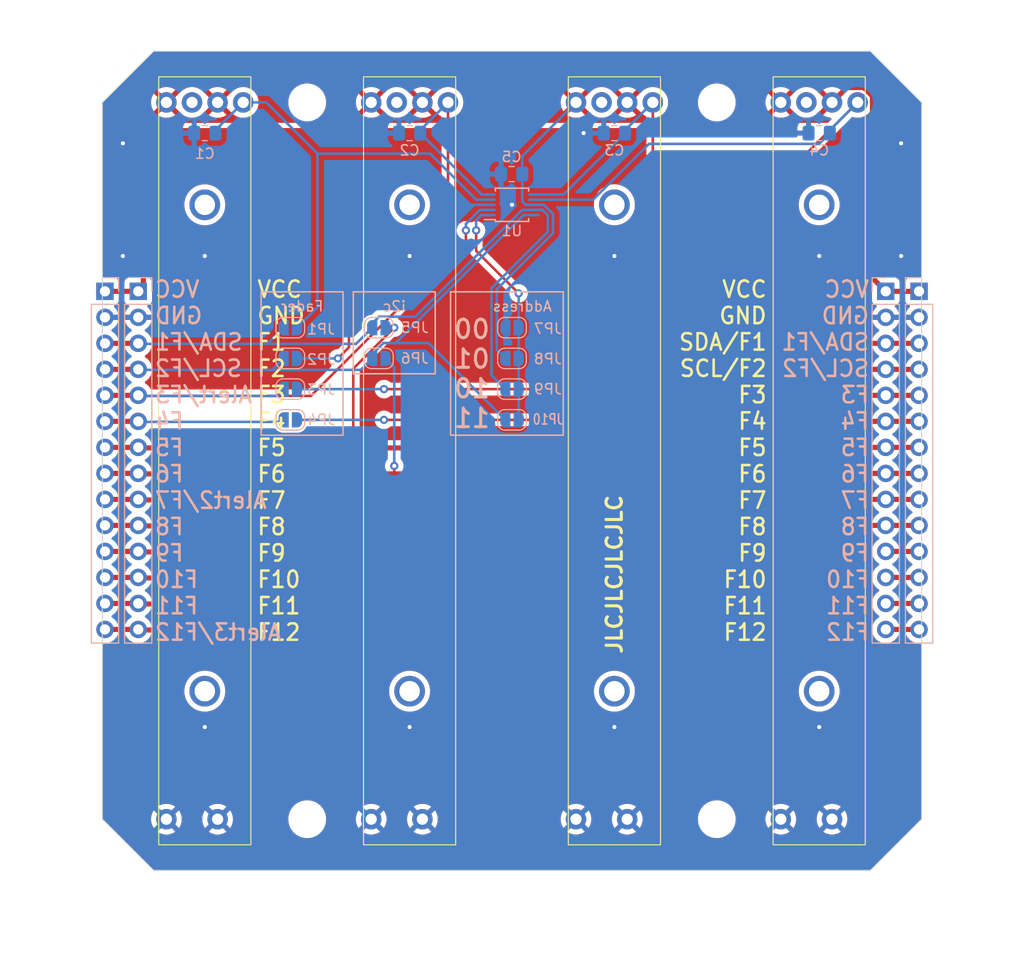
<source format=kicad_pcb>
(kicad_pcb (version 20221018) (generator pcbnew)
  (layers (0 "F.Cu" signal) (31 "B.Cu" signal) (34 "B.Paste" user) (35 "F.Paste" user) (36 "B.SilkS" user "B.Silkscreen") (37 "F.SilkS" user "F.Silkscreen") (38 "B.Mask" user) (39 "F.Mask" user) (44 "Edge.Cuts" user))
  (net 0 "")
  (net 1 "GND")
  (net 2 "Fader1")
  (net 3 "Fader2")
  (net 4 "Fader3")
  (net 5 "Fader4")
  (net 6 "VCC")
  (net 7 "SDA")
  (net 8 "SCL")
  (net 9 "in1")
  (net 10 "in2")
  (net 11 "Net-(J1-Pin_9)")
  (net 12 "Net-(J1-Pin_10)")
  (net 13 "Net-(J1-Pin_11)")
  (net 14 "Net-(J1-Pin_12)")
  (net 15 "Net-(J1-Pin_13)")
  (net 16 "Net-(J1-Pin_14)")
  (net 17 "unconnected-(J2-Pin_11-Pad11)")
  (net 18 "unconnected-(J2-Pin_12-Pad12)")
  (net 19 "unconnected-(J2-Pin_13-Pad13)")
  (net 20 "unconnected-(J2-Pin_14-Pad14)")
  (net 21 "ADDR")
  (net 34 "ALERT")
  (net 35 "out4")
  (footprint "MountingHole:MountingHole_3.2mm_M3" (layer "F.Cu") (at 60 5)
    (fp_text reference "" hide)
    (fp_text value "" hide)
    (pad "" np_thru_hole circle (at 0 0) (size 3.2 3.2) (drill 3.2) (layers "*.Cu" "*.Mask"))
  )
  (footprint "Library:Fader B10K" (layer "F.Cu") (at 70 5 -90)
    (fp_text reference "RV4" hide)
    (fp_text value "Fader_B10k" hide)
    (pad "1" thru_hole circle locked (at 0 -1.25 270) (size 2 2) (drill 1.1) (layers "*.Cu" "*.Mask") (net 6 "VCC"))
    (pad "1'" thru_hole circle locked (at 0 3.75 270) (size 2 2) (drill 1.1) (layers "*.Cu" "*.Mask") (net 6 "VCC"))
    (pad "2" thru_hole circle locked (at 0 -3.75 270) (size 2 2) (drill 1.1) (layers "*.Cu" "*.Mask") (net 5 "Fader4"))
    (pad "2'" thru_hole circle locked (at 0 1.25 270) (size 2 2) (drill 1.1) (layers "*.Cu" "*.Mask"))
    (pad "3" thru_hole circle locked (at 70 -1.25 270) (size 2 2) (drill 1.1) (layers "*.Cu" "*.Mask") (net 1 "GND"))
    (pad "3'" thru_hole circle locked (at 70 3.75 270) (size 2 2) (drill 1.1) (layers "*.Cu" "*.Mask") (net 1 "GND"))
    (pad "4" thru_hole circle locked (at 10 0 270) (size 3 3) (drill 2) (layers "*.Cu" "*.Mask"))
    (pad "5" thru_hole circle locked (at 57.5 0 270) (size 3 3) (drill 2) (layers "*.Cu" "*.Mask"))
  )
  (footprint "MountingHole:MountingHole_3.2mm_M3" (layer "F.Cu") (at 20 75)
    (fp_text reference "" hide)
    (fp_text value "" hide)
    (pad "" np_thru_hole circle (at 0 0) (size 3.2 3.2) (drill 3.2) (layers "*.Cu" "*.Mask"))
  )
  (footprint "Library:Fader B10K" (layer "F.Cu") (at 10 5 -90)
    (fp_text reference "RV1" hide)
    (fp_text value "Fader_B10k" hide)
    (pad "1" thru_hole circle locked (at 0 -1.25 270) (size 2 2) (drill 1.1) (layers "*.Cu" "*.Mask") (net 6 "VCC"))
    (pad "1'" thru_hole circle locked (at 0 3.75 270) (size 2 2) (drill 1.1) (layers "*.Cu" "*.Mask") (net 6 "VCC"))
    (pad "2" thru_hole circle locked (at 0 -3.75 270) (size 2 2) (drill 1.1) (layers "*.Cu" "*.Mask") (net 2 "Fader1"))
    (pad "2'" thru_hole circle locked (at 0 1.25 270) (size 2 2) (drill 1.1) (layers "*.Cu" "*.Mask"))
    (pad "3" thru_hole circle locked (at 70 -1.25 270) (size 2 2) (drill 1.1) (layers "*.Cu" "*.Mask") (net 1 "GND"))
    (pad "3'" thru_hole circle locked (at 70 3.75 270) (size 2 2) (drill 1.1) (layers "*.Cu" "*.Mask") (net 1 "GND"))
    (pad "4" thru_hole circle locked (at 10 0 270) (size 3 3) (drill 2) (layers "*.Cu" "*.Mask"))
    (pad "5" thru_hole circle locked (at 57.5 0 270) (size 3 3) (drill 2) (layers "*.Cu" "*.Mask"))
  )
  (footprint "MountingHole:MountingHole_3.2mm_M3" (layer "F.Cu") (at 60 75)
    (fp_text reference "" hide)
    (fp_text value "" hide)
    (pad "" np_thru_hole circle (at 0 0) (size 3.2 3.2) (drill 3.2) (layers "*.Cu" "*.Mask"))
  )
  (footprint "Library:Fader B10K" (layer "F.Cu") (at 30 5 -90)
    (fp_text reference "RV2" hide)
    (fp_text value "Fader_B10k" hide)
    (pad "1" thru_hole circle locked (at 0 -1.25 270) (size 2 2) (drill 1.1) (layers "*.Cu" "*.Mask") (net 6 "VCC"))
    (pad "1'" thru_hole circle locked (at 0 3.75 270) (size 2 2) (drill 1.1) (layers "*.Cu" "*.Mask") (net 6 "VCC"))
    (pad "2" thru_hole circle locked (at 0 -3.75 270) (size 2 2) (drill 1.1) (layers "*.Cu" "*.Mask") (net 3 "Fader2"))
    (pad "2'" thru_hole circle locked (at 0 1.25 270) (size 2 2) (drill 1.1) (layers "*.Cu" "*.Mask"))
    (pad "3" thru_hole circle locked (at 70 -1.25 270) (size 2 2) (drill 1.1) (layers "*.Cu" "*.Mask") (net 1 "GND"))
    (pad "3'" thru_hole circle locked (at 70 3.75 270) (size 2 2) (drill 1.1) (layers "*.Cu" "*.Mask") (net 1 "GND"))
    (pad "4" thru_hole circle locked (at 10 0 270) (size 3 3) (drill 2) (layers "*.Cu" "*.Mask"))
    (pad "5" thru_hole circle locked (at 57.5 0 270) (size 3 3) (drill 2) (layers "*.Cu" "*.Mask"))
  )
  (footprint "Library:Fader B10K" (layer "F.Cu") (at 50 5 -90)
    (fp_text reference "RV3" hide)
    (fp_text value "Fader_B10k" hide)
    (pad "1" thru_hole circle locked (at 0 -1.25 270) (size 2 2) (drill 1.1) (layers "*.Cu" "*.Mask") (net 6 "VCC"))
    (pad "1'" thru_hole circle locked (at 0 3.75 270) (size 2 2) (drill 1.1) (layers "*.Cu" "*.Mask") (net 6 "VCC"))
    (pad "2" thru_hole circle locked (at 0 -3.75 270) (size 2 2) (drill 1.1) (layers "*.Cu" "*.Mask") (net 4 "Fader3"))
    (pad "2'" thru_hole circle locked (at 0 1.25 270) (size 2 2) (drill 1.1) (layers "*.Cu" "*.Mask"))
    (pad "3" thru_hole circle locked (at 70 -1.25 270) (size 2 2) (drill 1.1) (layers "*.Cu" "*.Mask") (net 1 "GND"))
    (pad "3'" thru_hole circle locked (at 70 3.75 270) (size 2 2) (drill 1.1) (layers "*.Cu" "*.Mask") (net 1 "GND"))
    (pad "4" thru_hole circle locked (at 10 0 270) (size 3 3) (drill 2) (layers "*.Cu" "*.Mask"))
    (pad "5" thru_hole circle locked (at 57.5 0 270) (size 3 3) (drill 2) (layers "*.Cu" "*.Mask"))
  )
  (footprint "MountingHole:MountingHole_3.2mm_M3" (layer "F.Cu") (at 20 5)
    (fp_text reference "" hide)
    (fp_text value "" hide)
    (pad "" np_thru_hole circle (at 0 0) (size 3.2 3.2) (drill 3.2) (layers "*.Cu" "*.Mask"))
  )
  (footprint "Capacitor_SMD:C_0805_2012Metric_Pad1.18x1.45mm_HandSolder" (layer "B.Cu") (at 30 8)
    (fp_text reference "C2" (at 0 1.68) (layer "B.SilkS") (effects (justify mirror)))
    (fp_text value "100nF")
    (pad "1" smd roundrect (at -1.0375 0) (size 1.175 1.45) (layers "B.Cu" "B.Paste" "B.Mask") (roundrect_rratio 0.2127659574) (net 1 "GND"))
    (pad "2" smd roundrect (at 1.0375 0) (size 1.175 1.45) (layers "B.Cu" "B.Paste" "B.Mask") (roundrect_rratio 0.2127659574) (net 3 "Fader2"))
  )
  (footprint "Capacitor_SMD:C_0805_2012Metric_Pad1.18x1.45mm_HandSolder" (layer "B.Cu") (at 50 8)
    (fp_text reference "C3" (at 0 1.68) (layer "B.SilkS") (effects (justify mirror)))
    (fp_text value "100nF")
    (pad "1" smd roundrect (at -1.0375 0) (size 1.175 1.45) (layers "B.Cu" "B.Paste" "B.Mask") (roundrect_rratio 0.2127659574) (net 1 "GND"))
    (pad "2" smd roundrect (at 1.0375 0) (size 1.175 1.45) (layers "B.Cu" "B.Paste" "B.Mask") (roundrect_rratio 0.2127659574) (net 4 "Fader3"))
  )
  (footprint "Jumper:SolderJumper-2_P1.3mm_Open_RoundedPad1.0x1.5mm" (layer "B.Cu") (at 27 27)
    (fp_text reference "JP5" (at 3.5 0) (layer "B.SilkS") (effects (justify mirror)))
    (fp_text value "SolderJumper_2_Open")
    (pad "1" smd custom (at -0.65 0) (size 1 0.5) (layers "B.Cu" "B.Mask") (net 7 "SDA") (options (clearance outline) (anchor rect)) (primitives (gr_circle (center 0 -0.25) (end 0.5 -0.25) (width 0) (fill yes)) (gr_circle (center 0 0.25) (end 0.5 0.25) (width 0) (fill yes)) (gr_poly (pts (xy 0.5 -0.75) (xy 0 -0.75) (xy 0 0.75) (xy 0.5 0.75)) (width 0) (fill yes))))
    (pad "2" smd custom (at 0.65 0) (size 1 0.5) (layers "B.Cu" "B.Mask") (net 9 "in1") (options (clearance outline) (anchor rect)) (primitives (gr_circle (center 0 -0.25) (end 0.5 -0.25) (width 0) (fill yes)) (gr_circle (center 0 0.25) (end 0.5 0.25) (width 0) (fill yes)) (gr_poly (pts (xy 0 -0.75) (xy -0.5 -0.75) (xy -0.5 0.75) (xy 0 0.75)) (width 0) (fill yes))))
  )
  (footprint "Package_SO:TSSOP-10_3x3mm_P0.5mm" (layer "B.Cu") (at 40 15)
    (fp_text reference "U1" (at 0 2.55) (layer "B.SilkS") (effects (justify mirror)))
    (fp_text value "ADS1115IDGS")
    (pad "1" smd rect (at -2.15 1) (size 1.1 0.25) (layers "B.Cu" "B.Paste" "B.Mask") (net 21 "ADDR"))
    (pad "2" smd rect (at -2.15 0.5) (size 1.1 0.25) (layers "B.Cu" "B.Paste" "B.Mask") (net 34 "ALERT"))
    (pad "3" smd rect (at -2.15 0) (size 1.1 0.25) (layers "B.Cu" "B.Paste" "B.Mask") (net 1 "GND"))
    (pad "4" smd rect (at -2.15 -0.5) (size 1.1 0.25) (layers "B.Cu" "B.Paste" "B.Mask") (net 2 "Fader1"))
    (pad "5" smd rect (at -2.15 -1) (size 1.1 0.25) (layers "B.Cu" "B.Paste" "B.Mask") (net 3 "Fader2"))
    (pad "6" smd rect (at 2.15 -1) (size 1.1 0.25) (layers "B.Cu" "B.Paste" "B.Mask") (net 4 "Fader3"))
    (pad "7" smd rect (at 2.15 -0.5) (size 1.1 0.25) (layers "B.Cu" "B.Paste" "B.Mask") (net 5 "Fader4"))
    (pad "8" smd rect (at 2.15 0) (size 1.1 0.25) (layers "B.Cu" "B.Paste" "B.Mask") (net 6 "VCC"))
    (pad "9" smd rect (at 2.15 0.5) (size 1.1 0.25) (layers "B.Cu" "B.Paste" "B.Mask") (net 7 "SDA"))
    (pad "10" smd rect (at 2.15 1) (size 1.1 0.25) (layers "B.Cu" "B.Paste" "B.Mask") (net 8 "SCL"))
  )
  (footprint "Capacitor_SMD:C_0805_2012Metric_Pad1.18x1.45mm_HandSolder" (layer "B.Cu") (at 70 8)
    (fp_text reference "C4" (at 0 1.68) (layer "B.SilkS") (effects (justify mirror)))
    (fp_text value "100nF")
    (pad "1" smd roundrect (at -1.0375 0) (size 1.175 1.45) (layers "B.Cu" "B.Paste" "B.Mask") (roundrect_rratio 0.2127659574) (net 1 "GND"))
    (pad "2" smd roundrect (at 1.0375 0) (size 1.175 1.45) (layers "B.Cu" "B.Paste" "B.Mask") (roundrect_rratio 0.2127659574) (net 5 "Fader4"))
  )
  (footprint "Jumper:SolderJumper-2_P1.3mm_Open_RoundedPad1.0x1.5mm" (layer "B.Cu") (at 18.35 36)
    (fp_text reference "JP4" (at 3 0) (layer "B.SilkS") (effects (justify mirror)))
    (fp_text value "SolderJumper_2_Open")
    (pad "1" smd custom (at -0.65 0) (size 1 0.5) (layers "B.Cu" "B.Mask") (net 35 "out4") (options (clearance outline) (anchor rect)) (primitives (gr_circle (center 0 -0.25) (end 0.5 -0.25) (width 0) (fill yes)) (gr_circle (center 0 0.25) (end 0.5 0.25) (width 0) (fill yes)) (gr_poly (pts (xy 0.5 -0.75) (xy 0 -0.75) (xy 0 0.75) (xy 0.5 0.75)) (width 0) (fill yes))))
    (pad "2" smd custom (at 0.65 0) (size 1 0.5) (layers "B.Cu" "B.Mask") (net 5 "Fader4") (options (clearance outline) (anchor rect)) (primitives (gr_circle (center 0 -0.25) (end 0.5 -0.25) (width 0) (fill yes)) (gr_circle (center 0 0.25) (end 0.5 0.25) (width 0) (fill yes)) (gr_poly (pts (xy 0 -0.75) (xy -0.5 -0.75) (xy -0.5 0.75) (xy 0 0.75)) (width 0) (fill yes))))
  )
  (footprint "Jumper:SolderJumper-2_P1.3mm_Open_RoundedPad1.0x1.5mm" (layer "B.Cu") (at 27 30)
    (fp_text reference "JP6" (at 3.5 0) (layer "B.SilkS") (effects (justify mirror)))
    (fp_text value "SolderJumper_2_Open")
    (pad "1" smd custom (at -0.65 0) (size 1 0.5) (layers "B.Cu" "B.Mask") (net 8 "SCL") (options (clearance outline) (anchor rect)) (primitives (gr_circle (center 0 -0.25) (end 0.5 -0.25) (width 0) (fill yes)) (gr_circle (center 0 0.25) (end 0.5 0.25) (width 0) (fill yes)) (gr_poly (pts (xy 0.5 -0.75) (xy 0 -0.75) (xy 0 0.75) (xy 0.5 0.75)) (width 0) (fill yes))))
    (pad "2" smd custom (at 0.65 0) (size 1 0.5) (layers "B.Cu" "B.Mask") (net 10 "in2") (options (clearance outline) (anchor rect)) (primitives (gr_circle (center 0 -0.25) (end 0.5 -0.25) (width 0) (fill yes)) (gr_circle (center 0 0.25) (end 0.5 0.25) (width 0) (fill yes)) (gr_poly (pts (xy 0 -0.75) (xy -0.5 -0.75) (xy -0.5 0.75) (xy 0 0.75)) (width 0) (fill yes))))
  )
  (footprint "Jumper:SolderJumper-2_P1.3mm_Open_RoundedPad1.0x1.5mm" (layer "B.Cu") (at 40 36 180)
    (fp_text reference "JP10" (at -3.5 0.05) (layer "B.SilkS") (effects (font (size 1 0.8)) (justify mirror)))
    (fp_text value "SolderJumper_2_Open")
    (pad "1" smd custom (at -0.65 0 180) (size 1 0.5) (layers "B.Cu" "B.Mask") (net 21 "ADDR") (options (clearance outline) (anchor rect)) (primitives (gr_circle (center 0 -0.25) (end 0.5 -0.25) (width 0) (fill yes)) (gr_circle (center 0 0.25) (end 0.5 0.25) (width 0) (fill yes)) (gr_poly (pts (xy 0.5 -0.75) (xy 0 -0.75) (xy 0 0.75) (xy 0.5 0.75)) (width 0) (fill yes))))
    (pad "2" smd custom (at 0.65 0 180) (size 1 0.5) (layers "B.Cu" "B.Mask") (net 8 "SCL") (options (clearance outline) (anchor rect)) (primitives (gr_circle (center 0 -0.25) (end 0.5 -0.25) (width 0) (fill yes)) (gr_circle (center 0 0.25) (end 0.5 0.25) (width 0) (fill yes)) (gr_poly (pts (xy 0 -0.75) (xy -0.5 -0.75) (xy -0.5 0.75) (xy 0 0.75)) (width 0) (fill yes))))
  )
  (footprint "Connector_PinHeader_2.54mm:PinHeader_1x14_P2.54mm_Vertical" (layer "B.Cu") (at 3.5 23.45 180)
    (fp_text reference "J1" hide)
    (fp_text value "Conn_01x14_Pin" hide)
    (pad "1" thru_hole rect locked (at 0 0 180) (size 1.7 1.7) (drill 1) (layers "*.Cu" "*.Mask") (net 6 "VCC"))
    (pad "2" thru_hole oval locked (at 0 -2.54 180) (size 1.7 1.7) (drill 1) (layers "*.Cu" "*.Mask") (net 1 "GND"))
    (pad "3" thru_hole oval locked (at 0 -5.08 180) (size 1.7 1.7) (drill 1) (layers "*.Cu" "*.Mask") (net 7 "SDA"))
    (pad "4" thru_hole oval locked (at 0 -7.62 180) (size 1.7 1.7) (drill 1) (layers "*.Cu" "*.Mask") (net 8 "SCL"))
    (pad "5" thru_hole oval locked (at 0 -10.16 180) (size 1.7 1.7) (drill 1) (layers "*.Cu" "*.Mask") (net 34 "ALERT"))
    (pad "6" thru_hole oval locked (at 0 -12.7 180) (size 1.7 1.7) (drill 1) (layers "*.Cu" "*.Mask") (net 35 "out4"))
    (pad "7" thru_hole oval locked (at 0 -15.24 180) (size 1.7 1.7) (drill 1) (layers "*.Cu" "*.Mask") (net 9 "in1"))
    (pad "8" thru_hole oval locked (at 0 -17.78 180) (size 1.7 1.7) (drill 1) (layers "*.Cu" "*.Mask") (net 10 "in2"))
    (pad "9" thru_hole oval locked (at 0 -20.32 180) (size 1.7 1.7) (drill 1) (layers "*.Cu" "*.Mask") (net 11 "Net-(J1-Pin_9)"))
    (pad "10" thru_hole oval locked (at 0 -22.86 180) (size 1.7 1.7) (drill 1) (layers "*.Cu" "*.Mask") (net 12 "Net-(J1-Pin_10)"))
    (pad "11" thru_hole oval locked (at 0 -25.4 180) (size 1.7 1.7) (drill 1) (layers "*.Cu" "*.Mask") (net 13 "Net-(J1-Pin_11)"))
    (pad "12" thru_hole oval locked (at 0 -27.94 180) (size 1.7 1.7) (drill 1) (layers "*.Cu" "*.Mask") (net 14 "Net-(J1-Pin_12)"))
    (pad "13" thru_hole oval locked (at 0 -30.48 180) (size 1.7 1.7) (drill 1) (layers "*.Cu" "*.Mask") (net 15 "Net-(J1-Pin_13)"))
    (pad "14" thru_hole oval locked (at 0 -33.02 180) (size 1.7 1.7) (drill 1) (layers "*.Cu" "*.Mask") (net 16 "Net-(J1-Pin_14)"))
  )
  (footprint "Jumper:SolderJumper-2_P1.3mm_Open_RoundedPad1.0x1.5mm" (layer "B.Cu") (at 18.35 27)
    (fp_text reference "JP1" (at 3 0.15) (layer "B.SilkS") (effects (justify mirror)))
    (fp_text value "SolderJumper_2_Open")
    (pad "1" smd custom (at -0.65 0) (size 1 0.5) (layers "B.Cu" "B.Mask") (net 7 "SDA") (options (clearance outline) (anchor rect)) (primitives (gr_circle (center 0 -0.25) (end 0.5 -0.25) (width 0) (fill yes)) (gr_circle (center 0 0.25) (end 0.5 0.25) (width 0) (fill yes)) (gr_poly (pts (xy 0.5 -0.75) (xy 0 -0.75) (xy 0 0.75) (xy 0.5 0.75)) (width 0) (fill yes))))
    (pad "2" smd custom (at 0.65 0) (size 1 0.5) (layers "B.Cu" "B.Mask") (net 2 "Fader1") (options (clearance outline) (anchor rect)) (primitives (gr_circle (center 0 -0.25) (end 0.5 -0.25) (width 0) (fill yes)) (gr_circle (center 0 0.25) (end 0.5 0.25) (width 0) (fill yes)) (gr_poly (pts (xy 0 -0.75) (xy -0.5 -0.75) (xy -0.5 0.75) (xy 0 0.75)) (width 0) (fill yes))))
  )
  (footprint "Jumper:SolderJumper-2_P1.3mm_Open_RoundedPad1.0x1.5mm" (layer "B.Cu") (at 40 33 180)
    (fp_text reference "JP9" (at -3.5 0) (layer "B.SilkS") (effects (justify mirror)))
    (fp_text value "SolderJumper_2_Open")
    (pad "1" smd custom (at -0.65 0 180) (size 1 0.5) (layers "B.Cu" "B.Mask") (net 21 "ADDR") (options (clearance outline) (anchor rect)) (primitives (gr_circle (center 0 -0.25) (end 0.5 -0.25) (width 0) (fill yes)) (gr_circle (center 0 0.25) (end 0.5 0.25) (width 0) (fill yes)) (gr_poly (pts (xy 0.5 -0.75) (xy 0 -0.75) (xy 0 0.75) (xy 0.5 0.75)) (width 0) (fill yes))))
    (pad "2" smd custom (at 0.65 0 180) (size 1 0.5) (layers "B.Cu" "B.Mask") (net 7 "SDA") (options (clearance outline) (anchor rect)) (primitives (gr_circle (center 0 -0.25) (end 0.5 -0.25) (width 0) (fill yes)) (gr_circle (center 0 0.25) (end 0.5 0.25) (width 0) (fill yes)) (gr_poly (pts (xy 0 -0.75) (xy -0.5 -0.75) (xy -0.5 0.75) (xy 0 0.75)) (width 0) (fill yes))))
  )
  (footprint "Capacitor_SMD:C_0805_2012Metric_Pad1.18x1.45mm_HandSolder" (layer "B.Cu") (at 39.9625 12 180)
    (fp_text reference "C5" (at 0 1.68) (layer "B.SilkS") (effects (justify mirror)))
    (fp_text value "100nF")
    (pad "1" smd roundrect (at -1.0375 0 180) (size 1.175 1.45) (layers "B.Cu" "B.Paste" "B.Mask") (roundrect_rratio 0.2127659574) (net 6 "VCC"))
    (pad "2" smd roundrect (at 1.0375 0 180) (size 1.175 1.45) (layers "B.Cu" "B.Paste" "B.Mask") (roundrect_rratio 0.2127659574) (net 1 "GND"))
  )
  (footprint "Capacitor_SMD:C_0805_2012Metric_Pad1.18x1.45mm_HandSolder" (layer "B.Cu") (at 10 8)
    (fp_text reference "C1" (at 0 2) (layer "B.SilkS") (effects (justify mirror)))
    (fp_text value "100nF")
    (pad "1" smd roundrect (at -1.0375 0) (size 1.175 1.45) (layers "B.Cu" "B.Paste" "B.Mask") (roundrect_rratio 0.2127659574) (net 1 "GND"))
    (pad "2" smd roundrect (at 1.0375 0) (size 1.175 1.45) (layers "B.Cu" "B.Paste" "B.Mask") (roundrect_rratio 0.2127659574) (net 2 "Fader1"))
  )
  (footprint "Connector_PinSocket_2.54mm:PinSocket_1x14_P2.54mm_Vertical" (layer "B.Cu") (at 79.75 23.45 180)
    (fp_text reference "J2" hide)
    (fp_text value "Conn_01x14_Socket" hide)
    (pad "1" thru_hole rect locked (at 0 0 180) (size 1.7 1.7) (drill 1) (layers "*.Cu" "*.Mask") (net 6 "VCC"))
    (pad "2" thru_hole oval locked (at 0 -2.54 180) (size 1.7 1.7) (drill 1) (layers "*.Cu" "*.Mask") (net 1 "GND"))
    (pad "3" thru_hole oval locked (at 0 -5.08 180) (size 1.7 1.7) (drill 1) (layers "*.Cu" "*.Mask") (net 9 "in1"))
    (pad "4" thru_hole oval locked (at 0 -7.62 180) (size 1.7 1.7) (drill 1) (layers "*.Cu" "*.Mask") (net 10 "in2"))
    (pad "5" thru_hole oval locked (at 0 -10.16 180) (size 1.7 1.7) (drill 1) (layers "*.Cu" "*.Mask") (net 11 "Net-(J1-Pin_9)"))
    (pad "6" thru_hole oval locked (at 0 -12.7 180) (size 1.7 1.7) (drill 1) (layers "*.Cu" "*.Mask") (net 12 "Net-(J1-Pin_10)"))
    (pad "7" thru_hole oval locked (at 0 -15.24 180) (size 1.7 1.7) (drill 1) (layers "*.Cu" "*.Mask") (net 13 "Net-(J1-Pin_11)"))
    (pad "8" thru_hole oval locked (at 0 -17.78 180) (size 1.7 1.7) (drill 1) (layers "*.Cu" "*.Mask") (net 14 "Net-(J1-Pin_12)"))
    (pad "9" thru_hole oval locked (at 0 -20.32 180) (size 1.7 1.7) (drill 1) (layers "*.Cu" "*.Mask") (net 15 "Net-(J1-Pin_13)"))
    (pad "10" thru_hole oval locked (at 0 -22.86 180) (size 1.7 1.7) (drill 1) (layers "*.Cu" "*.Mask") (net 16 "Net-(J1-Pin_14)"))
    (pad "11" thru_hole oval locked (at 0 -25.4 180) (size 1.7 1.7) (drill 1) (layers "*.Cu" "*.Mask") (net 17 "unconnected-(J2-Pin_11-Pad11)"))
    (pad "12" thru_hole oval locked (at 0 -27.94 180) (size 1.7 1.7) (drill 1) (layers "*.Cu" "*.Mask") (net 18 "unconnected-(J2-Pin_12-Pad12)"))
    (pad "13" thru_hole oval locked (at 0 -30.48 180) (size 1.7 1.7) (drill 1) (layers "*.Cu" "*.Mask") (net 19 "unconnected-(J2-Pin_13-Pad13)"))
    (pad "14" thru_hole oval locked (at 0 -33.02 180) (size 1.7 1.7) (drill 1) (layers "*.Cu" "*.Mask") (net 20 "unconnected-(J2-Pin_14-Pad14)"))
  )
  (footprint "Connector_PinSocket_2.54mm:PinSocket_1x14_P2.54mm_Vertical" (layer "B.Cu") (at 76.5 23.45 180)
    (fp_text reference "J2" hide)
    (fp_text value "Conn_01x14_Socket" hide)
    (pad "1" thru_hole rect locked (at 0 0 180) (size 1.7 1.7) (drill 1) (layers "*.Cu" "*.Mask") (net 6 "VCC"))
    (pad "2" thru_hole oval locked (at 0 -2.54 180) (size 1.7 1.7) (drill 1) (layers "*.Cu" "*.Mask") (net 1 "GND"))
    (pad "3" thru_hole oval locked (at 0 -5.08 180) (size 1.7 1.7) (drill 1) (layers "*.Cu" "*.Mask") (net 9 "in1"))
    (pad "4" thru_hole oval locked (at 0 -7.62 180) (size 1.7 1.7) (drill 1) (layers "*.Cu" "*.Mask") (net 10 "in2"))
    (pad "5" thru_hole oval locked (at 0 -10.16 180) (size 1.7 1.7) (drill 1) (layers "*.Cu" "*.Mask") (net 11 "Net-(J1-Pin_9)"))
    (pad "6" thru_hole oval locked (at 0 -12.7 180) (size 1.7 1.7) (drill 1) (layers "*.Cu" "*.Mask") (net 12 "Net-(J1-Pin_10)"))
    (pad "7" thru_hole oval locked (at 0 -15.24 180) (size 1.7 1.7) (drill 1) (layers "*.Cu" "*.Mask") (net 13 "Net-(J1-Pin_11)"))
    (pad "8" thru_hole oval locked (at 0 -17.78 180) (size 1.7 1.7) (drill 1) (layers "*.Cu" "*.Mask") (net 14 "Net-(J1-Pin_12)"))
    (pad "9" thru_hole oval locked (at 0 -20.32 180) (size 1.7 1.7) (drill 1) (layers "*.Cu" "*.Mask") (net 15 "Net-(J1-Pin_13)"))
    (pad "10" thru_hole oval locked (at 0 -22.86 180) (size 1.7 1.7) (drill 1) (layers "*.Cu" "*.Mask") (net 16 "Net-(J1-Pin_14)"))
    (pad "11" thru_hole oval locked (at 0 -25.4 180) (size 1.7 1.7) (drill 1) (layers "*.Cu" "*.Mask") (net 17 "unconnected-(J2-Pin_11-Pad11)"))
    (pad "12" thru_hole oval locked (at 0 -27.94 180) (size 1.7 1.7) (drill 1) (layers "*.Cu" "*.Mask") (net 18 "unconnected-(J2-Pin_12-Pad12)"))
    (pad "13" thru_hole oval locked (at 0 -30.48 180) (size 1.7 1.7) (drill 1) (layers "*.Cu" "*.Mask") (net 19 "unconnected-(J2-Pin_13-Pad13)"))
    (pad "14" thru_hole oval locked (at 0 -33.02 180) (size 1.7 1.7) (drill 1) (layers "*.Cu" "*.Mask") (net 20 "unconnected-(J2-Pin_14-Pad14)"))
  )
  (footprint "Jumper:SolderJumper-2_P1.3mm_Open_RoundedPad1.0x1.5mm" (layer "B.Cu") (at 18.35 30)
    (fp_text reference "JP2" (at 3 0.1) (layer "B.SilkS") (effects (justify mirror)))
    (fp_text value "SolderJumper_2_Open")
    (pad "1" smd custom (at -0.65 0) (size 1 0.5) (layers "B.Cu" "B.Mask") (net 8 "SCL") (options (clearance outline) (anchor rect)) (primitives (gr_circle (center 0 -0.25) (end 0.5 -0.25) (width 0) (fill yes)) (gr_circle (center 0 0.25) (end 0.5 0.25) (width 0) (fill yes)) (gr_poly (pts (xy 0.5 -0.75) (xy 0 -0.75) (xy 0 0.75) (xy 0.5 0.75)) (width 0) (fill yes))))
    (pad "2" smd custom (at 0.65 0) (size 1 0.5) (layers "B.Cu" "B.Mask") (net 3 "Fader2") (options (clearance outline) (anchor rect)) (primitives (gr_circle (center 0 -0.25) (end 0.5 -0.25) (width 0) (fill yes)) (gr_circle (center 0 0.25) (end 0.5 0.25) (width 0) (fill yes)) (gr_poly (pts (xy 0 -0.75) (xy -0.5 -0.75) (xy -0.5 0.75) (xy 0 0.75)) (width 0) (fill yes))))
  )
  (footprint "Jumper:SolderJumper-2_P1.3mm_Open_RoundedPad1.0x1.5mm" (layer "B.Cu") (at 40 27 180)
    (fp_text reference "JP7" (at -3.5 -0.1) (layer "B.SilkS") (effects (justify mirror)))
    (fp_text value "SolderJumper_2_Open")
    (pad "1" smd custom (at -0.65 0 180) (size 1 0.5) (layers "B.Cu" "B.Mask") (net 21 "ADDR") (options (clearance outline) (anchor rect)) (primitives (gr_circle (center 0 -0.25) (end 0.5 -0.25) (width 0) (fill yes)) (gr_circle (center 0 0.25) (end 0.5 0.25) (width 0) (fill yes)) (gr_poly (pts (xy 0.5 -0.75) (xy 0 -0.75) (xy 0 0.75) (xy 0.5 0.75)) (width 0) (fill yes))))
    (pad "2" smd custom (at 0.65 0 180) (size 1 0.5) (layers "B.Cu" "B.Mask") (net 1 "GND") (options (clearance outline) (anchor rect)) (primitives (gr_circle (center 0 -0.25) (end 0.5 -0.25) (width 0) (fill yes)) (gr_circle (center 0 0.25) (end 0.5 0.25) (width 0) (fill yes)) (gr_poly (pts (xy 0 -0.75) (xy -0.5 -0.75) (xy -0.5 0.75) (xy 0 0.75)) (width 0) (fill yes))))
  )
  (footprint "Connector_PinHeader_2.54mm:PinHeader_1x14_P2.54mm_Vertical" (layer "B.Cu") (at 0.25 23.45 180)
    (fp_text reference "J1" hide)
    (fp_text value "Conn_01x14_Pin" hide)
    (pad "1" thru_hole rect locked (at 0 0 180) (size 1.7 1.7) (drill 1) (layers "*.Cu" "*.Mask") (net 6 "VCC"))
    (pad "2" thru_hole oval locked (at 0 -2.54 180) (size 1.7 1.7) (drill 1) (layers "*.Cu" "*.Mask") (net 1 "GND"))
    (pad "3" thru_hole oval locked (at 0 -5.08 180) (size 1.7 1.7) (drill 1) (layers "*.Cu" "*.Mask") (net 7 "SDA"))
    (pad "4" thru_hole oval locked (at 0 -7.62 180) (size 1.7 1.7) (drill 1) (layers "*.Cu" "*.Mask") (net 8 "SCL"))
    (pad "5" thru_hole oval locked (at 0 -10.16 180) (size 1.7 1.7) (drill 1) (layers "*.Cu" "*.Mask") (net 34 "ALERT"))
    (pad "6" thru_hole oval locked (at 0 -12.7 180) (size 1.7 1.7) (drill 1) (layers "*.Cu" "*.Mask") (net 35 "out4"))
    (pad "7" thru_hole oval locked (at 0 -15.24 180) (size 1.7 1.7) (drill 1) (layers "*.Cu" "*.Mask") (net 9 "in1"))
    (pad "8" thru_hole oval locked (at 0 -17.78 180) (size 1.7 1.7) (drill 1) (layers "*.Cu" "*.Mask") (net 10 "in2"))
    (pad "9" thru_hole oval locked (at 0 -20.32 180) (size 1.7 1.7) (drill 1) (layers "*.Cu" "*.Mask") (net 11 "Net-(J1-Pin_9)"))
    (pad "10" thru_hole oval locked (at 0 -22.86 180) (size 1.7 1.7) (drill 1) (layers "*.Cu" "*.Mask") (net 12 "Net-(J1-Pin_10)"))
    (pad "11" thru_hole oval locked (at 0 -25.4 180) (size 1.7 1.7) (drill 1) (layers "*.Cu" "*.Mask") (net 13 "Net-(J1-Pin_11)"))
    (pad "12" thru_hole oval locked (at 0 -27.94 180) (size 1.7 1.7) (drill 1) (layers "*.Cu" "*.Mask") (net 14 "Net-(J1-Pin_12)"))
    (pad "13" thru_hole oval locked (at 0 -30.48 180) (size 1.7 1.7) (drill 1) (layers "*.Cu" "*.Mask") (net 15 "Net-(J1-Pin_13)"))
    (pad "14" thru_hole oval locked (at 0 -33.02 180) (size 1.7 1.7) (drill 1) (layers "*.Cu" "*.Mask") (net 16 "Net-(J1-Pin_14)"))
  )
  (footprint "Jumper:SolderJumper-2_P1.3mm_Open_RoundedPad1.0x1.5mm" (layer "B.Cu") (at 40 30 180)
    (fp_text reference "JP8" (at -3.5 -0.05) (layer "B.SilkS") (effects (justify mirror)))
    (fp_text value "SolderJumper_2_Open")
    (pad "1" smd custom (at -0.65 0 180) (size 1 0.5) (layers "B.Cu" "B.Mask") (net 21 "ADDR") (options (clearance outline) (anchor rect)) (primitives (gr_circle (center 0 -0.25) (end 0.5 -0.25) (width 0) (fill yes)) (gr_circle (center 0 0.25) (end 0.5 0.25) (width 0) (fill yes)) (gr_poly (pts (xy 0.5 -0.75) (xy 0 -0.75) (xy 0 0.75) (xy 0.5 0.75)) (width 0) (fill yes))))
    (pad "2" smd custom (at 0.65 0 180) (size 1 0.5) (layers "B.Cu" "B.Mask") (net 6 "VCC") (options (clearance outline) (anchor rect)) (primitives (gr_circle (center 0 -0.25) (end 0.5 -0.25) (width 0) (fill yes)) (gr_circle (center 0 0.25) (end 0.5 0.25) (width 0) (fill yes)) (gr_poly (pts (xy 0 -0.75) (xy -0.5 -0.75) (xy -0.5 0.75) (xy 0 0.75)) (width 0) (fill yes))))
  )
  (footprint "Jumper:SolderJumper-2_P1.3mm_Open_RoundedPad1.0x1.5mm" (layer "B.Cu") (at 18.35 33)
    (fp_text reference "JP3" (at 3 0.05) (layer "B.SilkS") (effects (justify mirror)))
    (fp_text value "SolderJumper_2_Open")
    (pad "1" smd custom (at -0.65 0) (size 1 0.5) (layers "B.Cu" "B.Mask") (net 34 "ALERT") (options (clearance outline) (anchor rect)) (primitives (gr_circle (center 0 -0.25) (end 0.5 -0.25) (width 0) (fill yes)) (gr_circle (center 0 0.25) (end 0.5 0.25) (width 0) (fill yes)) (gr_poly (pts (xy 0.5 -0.75) (xy 0 -0.75) (xy 0 0.75) (xy 0.5 0.75)) (width 0) (fill yes))))
    (pad "2" smd custom (at 0.65 0) (size 1 0.5) (layers "B.Cu" "B.Mask") (net 4 "Fader3") (options (clearance outline) (anchor rect)) (primitives (gr_circle (center 0 -0.25) (end 0.5 -0.25) (width 0) (fill yes)) (gr_circle (center 0 0.25) (end 0.5 0.25) (width 0) (fill yes)) (gr_poly (pts (xy 0 -0.75) (xy -0.5 -0.75) (xy -0.5 0.75) (xy 0 0.75)) (width 0) (fill yes))))
  )
  (gr_rect (start 15.5 23.5) (end 23.5 37.5) (stroke (width 0.15)) (fill none) (layer "B.SilkS"))
  (gr_rect (start 34 23.5) (end 45 37.5) (stroke (width 0.15)) (fill none) (layer "B.SilkS"))
  (gr_rect (start 24.5 23.5) (end 32.5 31.5) (stroke (width 0.15)) (fill none) (layer "B.SilkS"))
  (gr_poly (pts (xy 0 5) (xy 5 0) (xy 75 0) (xy 80 5) (xy 80 75) (xy 75 80) (xy 5 80) (xy 0 75)) (stroke (width 0.1)) (fill none) (layer "Edge.Cuts"))
  (gr_text "i2c" (at 28.5 25.5) (layer "B.SilkS") (effects (font (size 1 1)) (justify bottom mirror)))
  (gr_text "VCC\nGND\nSDA/F1\nSCL/F2\nF3\nF4\nF5\nF6\nF7\nF8\nF9\nF10\nF11\nF12" (at 75 40) (layer "B.SilkS") (effects (font (size 1.6 1.5) (thickness 0.25)) (justify left mirror)))
  (gr_text "Address" (at 41 25.5) (layer "B.SilkS") (effects (font (size 1 1)) (justify bottom mirror)))
  (gr_text "00\n01\n10\n11" (at 38 31.5) (layer "B.SilkS") (effects (font (size 1.8 1.8) (thickness 0.3) bold) (justify left mirror)))
  (gr_text "Fader" (at 19.5 25.5) (layer "B.SilkS") (effects (font (size 1 1)) (justify bottom mirror)))
  (gr_text "VCC\nGND\nSDA/F1\nSCL/F2\nAlert/F3\nF4\nF5\nF6\nAlert2/F7\nF8\nF9\nF10\nF11\nAlert3/F12" (at 5 40) (layer "B.SilkS") (effects (font (size 1.6 1.5) (thickness 0.25)) (justify right mirror)))
  (gr_text "VCC\nGND\nF1\nF2\nF3\nF4\nF5\nF6\nF7\nF8\nF9\nF10\nF11\nF12" (at 15 40) (layer "F.SilkS") (effects (font (size 1.6 1.5) (thickness 0.25)) (justify left)))
  (gr_text "JLCJLCJLCJLC" (at 50 59 90) (layer "F.SilkS") (effects (font (size 1.5 1.5) (thickness 0.3) bold) (justify left)))
  (gr_text "VCC\nGND\nSDA/F1\nSCL/F2\nF3\nF4\nF5\nF6\nF7\nF8\nF9\nF10\nF11\nF12" (at 65 40) (layer "F.SilkS") (effects (font (size 1.6 1.5) (thickness 0.25)) (justify right)))
  (via (at 50 66) (size 0.8) (drill 0.4) (layers "F.Cu" "B.Cu") (net 1))
  (via (at 40 15) (size 0.8) (drill 0.4) (layers "F.Cu" "B.Cu") (net 1))
  (via (at 10 66) (size 0.8) (drill 0.4) (layers "F.Cu" "B.Cu") (net 1))
  (via (at 70 20) (size 0.8) (drill 0.4) (layers "F.Cu" "B.Cu") (net 1))
  (via (at 70 66) (size 0.8) (drill 0.4) (layers "F.Cu" "B.Cu") (net 1))
  (via (at 50 20) (size 0.8) (drill 0.4) (layers "F.Cu" "B.Cu") (net 1))
  (via (at 2 9) (size 0.8) (drill 0.4) (layers "F.Cu" "B.Cu") (net 1))
  (via (at 78 9) (size 0.8) (drill 0.4) (layers "F.Cu" "B.Cu") (net 1))
  (via (at 78 20) (size 0.8) (drill 0.4) (layers "F.Cu" "B.Cu") (net 1))
  (via (at 2 20) (size 0.8) (drill 0.4) (layers "F.Cu" "B.Cu") (net 1))
  (via (at 30 20) (size 0.8) (drill 0.4) (layers "F.Cu" "B.Cu") (net 1))
  (via (at 10 20) (size 0.8) (drill 0.4) (layers "F.Cu" "B.Cu") (net 1))
  (via (at 30 66) (size 0.8) (drill 0.4) (layers "F.Cu" "B.Cu") (net 1))
  (via (at 47 8) (size 0.8) (drill 0.4) (layers "F.Cu" "B.Cu") (net 1))
  (segment (start 38.925 15) (end 38.925 12) (width 0.25) (layer "B.Cu") (net 1))
  (segment (start 37.85 15) (end 35.5 15) (width 0.25) (layer "B.Cu") (net 1))
  (segment (start 36.5 14.5) (end 32 10) (width 0.25) (layer "B.Cu") (net 2))
  (segment (start 11.0375 7.7125) (end 11.0375 8) (width 0.25) (layer "B.Cu") (net 2))
  (segment (start 16 5) (end 13.75 5) (width 0.25) (layer "B.Cu") (net 2))
  (segment (start 32 10) (end 21 10) (width 0.25) (layer "B.Cu") (net 2))
  (segment (start 21 10) (end 16 5) (width 0.25) (layer "B.Cu") (net 2))
  (segment (start 13.75 5) (end 11.0375 7.7125) (width 0.25) (layer "B.Cu") (net 2))
  (segment (start 21 25) (end 19 27) (width 0.25) (layer "B.Cu") (net 2))
  (segment (start 21 10) (end 21 25) (width 0.25) (layer "B.Cu") (net 2))
  (segment (start 37.85 14.5) (end 36.5 14.5) (width 0.25) (layer "B.Cu") (net 2))
  (segment (start 23 30) (end 24.075 28.925) (width 0.25) (layer "F.Cu") (net 3))
  (segment (start 24.075 27.175) (end 33.75 17.5) (width 0.25) (layer "F.Cu") (net 3))
  (segment (start 24.075 28.925) (end 24.075 27.175) (width 0.25) (layer "F.Cu") (net 3))
  (segment (start 33.75 17.5) (end 33.75 5) (width 0.25) (layer "F.Cu") (net 3))
  (via (at 23 30) (size 0.8) (drill 0.4) (layers "F.Cu" "B.Cu") (net 3))
  (segment (start 31.0375 8) (end 31.0375 7.7125) (width 0.25) (layer "B.Cu") (net 3))
  (segment (start 31.0375 7.7125) (end 33.75 5) (width 0.25) (layer "B.Cu") (net 3))
  (segment (start 23 30) (end 19 30) (width 0.25) (layer "B.Cu") (net 3))
  (segment (start 37.85 14) (end 37.0375 14) (width 0.25) (layer "B.Cu") (net 3))
  (segment (start 37.0375 14) (end 31.0375 8) (width 0.25) (layer "B.Cu") (net 3))
  (segment (start 53.75 23.75) (end 53.75 5) (width 0.25) (layer "F.Cu") (net 4))
  (segment (start 44.5 33) (end 53.75 23.75) (width 0.25) (layer "F.Cu") (net 4))
  (segment (start 27.5 33) (end 44.5 33) (width 0.25) (layer "F.Cu") (net 4))
  (via (at 27.5 33) (size 0.8) (drill 0.4) (layers "F.Cu" "B.Cu") (net 4))
  (segment (start 51.0375 7.7125) (end 53.75 5) (width 0.25) (layer "B.Cu") (net 4))
  (segment (start 42.15 14) (end 45.0375 14) (width 0.25) (layer "B.Cu") (net 4))
  (segment (start 45.0375 14) (end 51.0375 8) (width 0.25) (layer "B.Cu") (net 4))
  (segment (start 27.5 33) (end 19 33) (width 0.25) (layer "B.Cu") (net 4))
  (segment (start 51.0375 8) (end 51.0375 7.7125) (width 0.25) (layer "B.Cu") (net 4))
  (segment (start 42.75 36) (end 73.75 5) (width 0.25) (layer "F.Cu") (net 5))
  (segment (start 27.5 36) (end 42.75 36) (width 0.25) (layer "F.Cu") (net 5))
  (via (at 27.5 36) (size 0.8) (drill 0.4) (layers "F.Cu" "B.Cu") (net 5))
  (segment (start 53.36906 9.05) (end 69.9875 9.05) (width 0.25) (layer "B.Cu") (net 5))
  (segment (start 27.5 36) (end 19 36) (width 0.25) (layer "B.Cu") (net 5))
  (segment (start 42.15 14.5) (end 47.91906 14.5) (width 0.25) (layer "B.Cu") (net 5))
  (segment (start 71.0375 7.7125) (end 73.75 5) (width 0.25) (layer "B.Cu") (net 5))
  (segment (start 71.0375 8) (end 71.0375 7.7125) (width 0.25) (layer "B.Cu") (net 5))
  (segment (start 47.91906 14.5) (end 53.36906 9.05) (width 0.25) (layer "B.Cu") (net 5))
  (segment (start 69.9875 9.05) (end 71.0375 8) (width 0.25) (layer "B.Cu") (net 5))
  (segment (start 72.7 3.55) (end 74.35061 3.55) (width 0.5) (layer "F.Cu") (net 6))
  (segment (start 79.75 23.45) (end 76.5 23.45) (width 0.5) (layer "F.Cu") (net 6))
  (segment (start 4 23.5) (end 4 7.25) (width 0.5) (layer "F.Cu") (net 6))
  (segment (start 71.25 5) (end 72.7 3.55) (width 0.5) (layer "F.Cu") (net 6))
  (segment (start 4 7.25) (end 6.25 5) (width 0.5) (layer "F.Cu") (net 6))
  (segment (start 74.35061 3.55) (end 75.2 4.39939) (width 0.5) (layer "F.Cu") (net 6))
  (segment (start 75.2 4.39939) (end 75.2 22.15) (width 0.5) (layer "F.Cu") (net 6))
  (segment (start 75.2 22.15) (end 76.5 23.45) (width 0.5) (layer "F.Cu") (net 6))
  (segment (start 0.5 23.45) (end 3.5 23.45) (width 0.5) (layer "F.Cu") (net 6))
  (segment (start 42.15 15) (end 41.325 15) (width 0.25) (layer "B.Cu") (net 6))
  (segment (start 38.519858 23.257991) (end 44 17.777849) (width 0.25) (layer "B.Cu") (net 6))
  (segment (start 41.325 15) (end 41 14.675) (width 0.25) (layer "B.Cu") (net 6))
  (segment (start 43.111396 15) (end 42.15 15) (width 0.25) (layer "B.Cu") (net 6))
  (segment (start 38.519858 29.169858) (end 38.519858 23.257991) (width 0.25) (layer "B.Cu") (net 6))
  (segment (start 41 10.25) (end 46.25 5) (width 0.25) (layer "B.Cu") (net 6))
  (segment (start 44 15.888604) (end 43.111396 15) (width 0.25) (layer "B.Cu") (net 6))
  (segment (start 44 17.777849) (end 44 15.888604) (width 0.25) (layer "B.Cu") (net 6))
  (segment (start 41 14.675) (end 41 12) (width 0.25) (layer "B.Cu") (net 6))
  (segment (start 39.35 30) (end 38.519858 29.169858) (width 0.25) (layer "B.Cu") (net 6))
  (segment (start 41 12) (end 41 10.25) (width 0.25) (layer "B.Cu") (net 6))
  (segment (start 0.5 28.53) (end 3.5 28.53) (width 0.5) (layer "F.Cu") (net 7))
  (segment (start 26.35 27) (end 24.77 28.58) (width 0.25) (layer "B.Cu") (net 7))
  (segment (start 42.15 15.5) (end 41 15.5) (width 0.25) (layer "B.Cu") (net 7))
  (segment (start 41 15.5) (end 30.575 25.925) (width 0.25) (layer "B.Cu") (net 7))
  (segment (start 43.5 17.641453) (end 43.5 16.025) (width 0.25) (layer "B.Cu") (net 7))
  (segment (start 42.975 15.5) (end 42.15 15.5) (width 0.25) (layer "B.Cu") (net 7))
  (segment (start 27.01538 25.925) (end 26.35 26.59038) (width 0.25) (layer "B.Cu") (net 7))
  (segment (start 17.7 27) (end 16.12 28.58) (width 0.25) (layer "B.Cu") (net 7))
  (segment (start 39.35 33) (end 38 31.65) (width 0.25) (layer "B.Cu") (net 7))
  (segment (start 30.575 25.925) (end 27.01538 25.925) (width 0.25) (layer "B.Cu") (net 7))
  (segment (start 26.35 26.59038) (end 26.35 27) (width 0.25) (layer "B.Cu") (net 7))
  (segment (start 38 23.141453) (end 43.5 17.641453) (width 0.25) (layer "B.Cu") (net 7))
  (segment (start 43.5 16.025) (end 42.975 15.5) (width 0.25) (layer "B.Cu") (net 7))
  (segment (start 24.77 28.58) (end 4 28.58) (width 0.25) (layer "B.Cu") (net 7))
  (segment (start 38 31.65) (end 38 23.141453) (width 0.25) (layer "B.Cu") (net 7))
  (segment (start 3.5 31.07) (end 0.5 31.07) (width 0.5) (layer "F.Cu") (net 8))
  (segment (start 25.23 31.12) (end 4 31.12) (width 0.25) (layer "B.Cu") (net 8))
  (segment (start 41.136396 16) (end 28.636396 28.5) (width 0.25) (layer "B.Cu") (net 8))
  (segment (start 31.85 28.5) (end 34.47 31.12) (width 0.25) (layer "B.Cu") (net 8))
  (segment (start 26.35 30) (end 25.23 31.12) (width 0.25) (layer "B.Cu") (net 8))
  (segment (start 42.15 16) (end 41.136396 16) (width 0.25) (layer "B.Cu") (net 8))
  (segment (start 28.636396 28.5) (end 28.5 28.5) (width 0.25) (layer "B.Cu") (net 8))
  (segment (start 39.35 36) (end 34.47 31.12) (width 0.25) (layer "B.Cu") (net 8))
  (segment (start 27.44038 28.5) (end 26.35 29.59038) (width 0.25) (layer "B.Cu") (net 8))
  (segment (start 17.7 30) (end 16.58 31.12) (width 0.25) (layer "B.Cu") (net 8))
  (segment (start 28.5 28.5) (end 31.85 28.5) (width 0.25) (layer "B.Cu") (net 8))
  (segment (start 26.35 29.59038) (end 26.35 30) (width 0.25) (layer "B.Cu") (net 8))
  (segment (start 28.5 28.5) (end 27.44038 28.5) (width 0.25) (layer "B.Cu") (net 8))
  (segment (start 24.5 38.74) (end 27 38.74) (width 0.5) (layer "F.Cu") (net 9))
  (segment (start 24.5 31) (end 24.5 38.74) (width 0.25) (layer "F.Cu") (net 9))
  (segment (start 69.8 28.53) (end 79.5 28.53) (width 0.5) (layer "F.Cu") (net 9))
  (segment (start 28.5 27) (end 27 28.5) (width 0.25) (layer "F.Cu") (net 9))
  (segment (start 27 28.5) (end 24.5 31) (width 0.25) (layer "F.Cu") (net 9))
  (segment (start 27 38.74) (end 59.59 38.74) (width 0.5) (layer "F.Cu") (net 9))
  (segment (start 4 38.74) (end 24.5 38.74) (width 0.5) (layer "F.Cu") (net 9))
  (segment (start 0.5 38.69) (end 3.5 38.69) (width 0.5) (layer "F.Cu") (net 9))
  (segment (start 59.59 38.74) (end 69.8 28.53) (width 0.5) (layer "F.Cu") (net 9))
  (via (at 28.5 27) (size 0.8) (drill 0.4) (layers "F.Cu" "B.Cu") (net 9))
  (segment (start 27.65 27) (end 28.5 27) (width 0.25) (layer "B.Cu") (net 9))
  (segment (start 69.8 31.07) (end 79.5 31.07) (width 0.5) (layer "F.Cu") (net 10))
  (segment (start 28.5 40.5) (end 28.5 41.28) (width 0.25) (layer "F.Cu") (net 10))
  (segment (start 28.5 41.28) (end 59.59 41.28) (width 0.5) (layer "F.Cu") (net 10))
  (segment (start 59.59 41.28) (end 69.8 31.07) (width 0.5) (layer "F.Cu") (net 10))
  (segment (start 3.5 41.23) (end 0.5 41.23) (width 0.5) (layer "F.Cu") (net 10))
  (segment (start 4 41.28) (end 28.5 41.28) (width 0.5) (layer "F.Cu") (net 10))
  (via (at 28.5 40.5) (size 0.8) (drill 0.4) (layers "F.Cu" "B.Cu") (net 10))
  (segment (start 28.5 30.85) (end 27.65 30) (width 0.25) (layer "B.Cu") (net 10))
  (segment (start 28.5 40.5) (end 28.5 30.85) (width 0.25) (layer "B.Cu") (net 10))
  (segment (start 59.59 43.82) (end 69.8 33.61) (width 0.5) (layer "F.Cu") (net 11))
  (segment (start 4 43.82) (end 59.59 43.82) (width 0.5) (layer "F.Cu") (net 11))
  (segment (start 69.8 33.61) (end 79.5 33.61) (width 0.5) (layer "F.Cu") (net 11))
  (segment (start 0.5 43.77) (end 3.5 43.77) (width 0.5) (layer "F.Cu") (net 11))
  (segment (start 3.5 46.31) (end 0.5 46.31) (width 0.5) (layer "F.Cu") (net 12))
  (segment (start 4 46.36) (end 59.59 46.36) (width 0.5) (layer "F.Cu") (net 12))
  (segment (start 59.59 46.36) (end 69.8 36.15) (width 0.5) (layer "F.Cu") (net 12))
  (segment (start 69.8 36.15) (end 79.5 36.15) (width 0.5) (layer "F.Cu") (net 12))
  (segment (start 59.59 48.9) (end 69.8 38.69) (width 0.5) (layer "F.Cu") (net 13))
  (segment (start 0.5 48.85) (end 3.5 48.85) (width 0.5) (layer "F.Cu") (net 13))
  (segment (start 79.5 38.69) (end 69.8 38.69) (width 0.5) (layer "F.Cu") (net 13))
  (segment (start 4 48.9) (end 59.59 48.9) (width 0.5) (layer "F.Cu") (net 13))
  (segment (start 3.5 51.39) (end 0.5 51.39) (width 0.5) (layer "F.Cu") (net 14))
  (segment (start 4 51.44) (end 59.59 51.44) (width 0.5) (layer "F.Cu") (net 14))
  (segment (start 59.59 51.44) (end 69.8 41.23) (width 0.5) (layer "F.Cu") (net 14))
  (segment (start 79.5 41.23) (end 69.8 41.23) (width 0.5) (layer "F.Cu") (net 14))
  (segment (start 4 53.98) (end 59.59 53.98) (width 0.5) (layer "F.Cu") (net 15))
  (segment (start 0.5 53.93) (end 3.5 53.93) (width 0.5) (layer "F.Cu") (net 15))
  (segment (start 59.59 53.98) (end 69.8 43.77) (width 0.5) (layer "F.Cu") (net 15))
  (segment (start 79.5 43.77) (end 69.8 43.77) (width 0.5) (layer "F.Cu") (net 15))
  (segment (start 3.5 56.47) (end 0.5 56.47) (width 0.5) (layer "F.Cu") (net 16))
  (segment (start 4 56.52) (end 59.59 56.52) (width 0.5) (layer "F.Cu") (net 16))
  (segment (start 79.5 46.31) (end 69.8 46.31) (width 0.5) (layer "F.Cu") (net 16))
  (segment (start 59.59 56.52) (end 69.8 46.31) (width 0.5) (layer "F.Cu") (net 16))
  (segment (start 79.5 48.85) (end 76.5 48.85) (width 0.5) (layer "F.Cu") (net 17))
  (segment (start 79.5 51.39) (end 76.5 51.39) (width 0.5) (layer "F.Cu") (net 18))
  (segment (start 76.5 53.93) (end 79.5 53.93) (width 0.5) (layer "F.Cu") (net 19))
  (segment (start 79.5 56.47) (end 76.5 56.47) (width 0.5) (layer "F.Cu") (net 20))
  (segment (start 40.65 23.65) (end 36.5 19.5) (width 0.25) (layer "F.Cu") (net 21))
  (segment (start 36.5 19.5) (end 36.5 17.5) (width 0.25) (layer "F.Cu") (net 21))
  (via (at 36.5 17.5) (size 0.8) (drill 0.4) (layers "F.Cu" "B.Cu") (net 21))
  (via (at 40.65 23.65) (size 0.8) (drill 0.4) (layers "F.Cu" "B.Cu") (net 21))
  (segment (start 40.65 23.65) (end 40.65 27) (width 0.25) (layer "B.Cu") (net 21))
  (segment (start 40.65 36) (end 40.65 27) (width 0.25) (layer "B.Cu") (net 21))
  (segment (start 37 16) (end 36.5 16.5) (width 0.25) (layer "B.Cu") (net 21))
  (segment (start 36.5 16.5) (end 36.5 17.5) (width 0.25) (layer "B.Cu") (net 21))
  (segment (start 37.85 16) (end 37 16) (width 0.25) (layer "B.Cu") (net 21))
  (segment (start 4 33.66) (end 20.365305 33.66) (width 0.25) (layer "F.Cu") (net 34))
  (segment (start 3.5 33.61) (end 0.5 33.61) (width 0.5) (layer "F.Cu") (net 34))
  (segment (start 35.5 18.525305) (end 35.5 17.5) (width 0.25) (layer "F.Cu") (net 34))
  (segment (start 20.365305 33.66) (end 35.5 18.525305) (width 0.25) (layer "F.Cu") (net 34))
  (via (at 35.5 17.5) (size 0.8) (drill 0.4) (layers "F.Cu" "B.Cu") (net 34))
  (segment (start 17.7 33) (end 17.04 33.66) (width 0.25) (layer "B.Cu") (net 34))
  (segment (start 36.863604 15.5) (end 35.5 16.863604) (width 0.25) (layer "B.Cu") (net 34))
  (segment (start 37.85 15.5) (end 36.863604 15.5) (width 0.25) (layer "B.Cu") (net 34))
  (segment (start 14.94 33.66) (end 4 33.66) (width 0.25) (layer "B.Cu") (net 34))
  (segment (start 35.5 16.863604) (end 35.5 17.5) (width 0.25) (layer "B.Cu") (net 34))
  (segment (start 17.04 33.66) (end 14.94 33.66) (width 0.25) (layer "B.Cu") (net 34))
  (segment (start 3.5 36.15) (end 0.5 36.15) (width 0.5) (layer "F.Cu") (net 35))
  (segment (start 17.7 36) (end 17.5 36.2) (width 0.25) (layer "B.Cu") (net 35))
  (segment (start 4 36.2) (end 17.5 36.2) (width 0.25) (layer "B.Cu") (net 35))
  (zone (net 6) (net_name "VCC") (layer "F.Cu") (priority 1) (connect_pads (clearance 0.5)) (min_thickness 0.25) (fill yes (thermal_gap 0.5) (thermal_bridge_width 0.5))
    (polygon (pts (xy 85 7) (xy 85 -2) (xy -5 -2) (xy -5 7)))
  )
  (zone (net 1) (net_name "GND") (layers "F&B.Cu") (connect_pads (clearance 0.5)) (min_thickness 0.25) (fill yes (thermal_gap 0.5) (thermal_bridge_width 0.5))
    (polygon (pts (xy -10 -5) (xy 90 -5) (xy 90 90) (xy -10 90)))
  )
)
</source>
